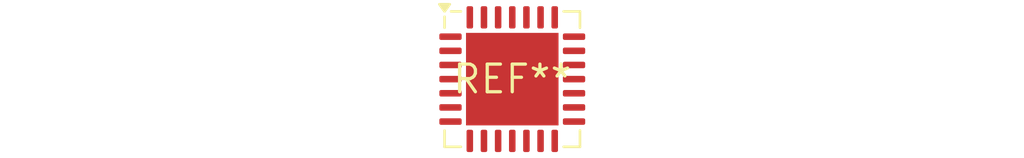
<source format=kicad_pcb>
(kicad_pcb (version 20240108) (generator pcbnew)
  (layers (0 "F.Cu" signal) (31 "B.Cu" signal) (34 "B.Paste" user) (35 "F.Paste" user) (36 "B.SilkS" user "B.Silkscreen") (37 "F.SilkS" user "F.Silkscreen") (38 "B.Mask" user) (39 "F.Mask" user) (44 "Edge.Cuts" user))
  (net 0 "")
  (footprint "QFN-28-1EP_6x6mm_P0.65mm_EP4.25x4.25mm" (layer "F.Cu") (at 0 0)
    (property "Reference" "REF**")
    (property "Value" "QFN-28-1EP_6x6mm_P0.65mm_EP4.25x4.25mm")
    (fp_line (start -3.11 -2.36) (end -3.11 -2.87) (layer "F.SilkS") (stroke (width 0.12)))
    (fp_line (start -3.11 3.11) (end -3.11 2.36) (layer "F.SilkS") (stroke (width 0.12)))
    (fp_line (start -2.36 -3.11) (end -2.81 -3.11) (layer "F.SilkS") (stroke (width 0.12)))
    (fp_line (start -2.36 3.11) (end -3.11 3.11) (layer "F.SilkS") (stroke (width 0.12)))
    (fp_line (start 2.36 -3.11) (end 3.11 -3.11) (layer "F.SilkS") (stroke (width 0.12)))
    (fp_line (start 2.36 3.11) (end 3.11 3.11) (layer "F.SilkS") (stroke (width 0.12)))
    (fp_line (start 3.11 -3.11) (end 3.11 -2.36) (layer "F.SilkS") (stroke (width 0.12)))
    (fp_line (start 3.11 3.11) (end 3.11 2.36) (layer "F.SilkS") (stroke (width 0.12)))
    (fp_poly (pts (xy -3.11 -3.11) (xy -3.35 -3.44) (xy -2.87 -3.44) (xy -3.11 -3.11)) (layer "F.SilkS") (stroke (width 0.12)) (fill solid))
    (pad "1" smd roundrect (at -2.8375 -1.95) (size 1.025 0.3) (layers "F.Cu" "F.Paste" "F.Mask"))
    (pad "2" smd roundrect (at -2.8375 -1.3) (size 1.025 0.3) (layers "F.Cu" "F.Paste" "F.Mask"))
    (pad "3" smd roundrect (at -2.8375 -0.65) (size 1.025 0.3) (layers "F.Cu" "F.Paste" "F.Mask"))
    (pad "4" smd roundrect (at -2.8375 0) (size 1.025 0.3) (layers "F.Cu" "F.Paste" "F.Mask"))
    (pad "5" smd roundrect (at -2.8375 0.65) (size 1.025 0.3) (layers "F.Cu" "F.Paste" "F.Mask"))
    (pad "6" smd roundrect (at -2.8375 1.3) (size 1.025 0.3) (layers "F.Cu" "F.Paste" "F.Mask"))
    (pad "7" smd roundrect (at -2.8375 1.95) (size 1.025 0.3) (layers "F.Cu" "F.Paste" "F.Mask"))
    (pad "8" smd roundrect (at -1.95 2.8375) (size 0.3 1.025) (layers "F.Cu" "F.Paste" "F.Mask"))
    (pad "9" smd roundrect (at -1.3 2.8375) (size 0.3 1.025) (layers "F.Cu" "F.Paste" "F.Mask"))
    (pad "10" smd roundrect (at -0.65 2.8375) (size 0.3 1.025) (layers "F.Cu" "F.Paste" "F.Mask"))
    (pad "11" smd roundrect (at 0 2.8375) (size 0.3 1.025) (layers "F.Cu" "F.Paste" "F.Mask"))
    (pad "12" smd roundrect (at 0.65 2.8375) (size 0.3 1.025) (layers "F.Cu" "F.Paste" "F.Mask"))
    (pad "13" smd roundrect (at 1.3 2.8375) (size 0.3 1.025) (layers "F.Cu" "F.Paste" "F.Mask"))
    (pad "14" smd roundrect (at 1.95 2.8375) (size 0.3 1.025) (layers "F.Cu" "F.Paste" "F.Mask"))
    (pad "15" smd roundrect (at 2.8375 1.95) (size 1.025 0.3) (layers "F.Cu" "F.Paste" "F.Mask"))
    (pad "16" smd roundrect (at 2.8375 1.3) (size 1.025 0.3) (layers "F.Cu" "F.Paste" "F.Mask"))
    (pad "17" smd roundrect (at 2.8375 0.65) (size 1.025 0.3) (layers "F.Cu" "F.Paste" "F.Mask"))
    (pad "18" smd roundrect (at 2.8375 0) (size 1.025 0.3) (layers "F.Cu" "F.Paste" "F.Mask"))
    (pad "19" smd roundrect (at 2.8375 -0.65) (size 1.025 0.3) (layers "F.Cu" "F.Paste" "F.Mask"))
    (pad "20" smd roundrect (at 2.8375 -1.3) (size 1.025 0.3) (layers "F.Cu" "F.Paste" "F.Mask"))
    (pad "21" smd roundrect (at 2.8375 -1.95) (size 1.025 0.3) (layers "F.Cu" "F.Paste" "F.Mask"))
    (pad "22" smd roundrect (at 1.95 -2.8375) (size 0.3 1.025) (layers "F.Cu" "F.Paste" "F.Mask"))
    (pad "23" smd roundrect (at 1.3 -2.8375) (size 0.3 1.025) (layers "F.Cu" "F.Paste" "F.Mask"))
    (pad "24" smd roundrect (at 0.65 -2.8375) (size 0.3 1.025) (layers "F.Cu" "F.Paste" "F.Mask"))
    (pad "25" smd roundrect (at 0 -2.8375) (size 0.3 1.025) (layers "F.Cu" "F.Paste" "F.Mask"))
    (pad "26" smd roundrect (at -0.65 -2.8375) (size 0.3 1.025) (layers "F.Cu" "F.Paste" "F.Mask"))
    (pad "27" smd roundrect (at -1.3 -2.8375) (size 0.3 1.025) (layers "F.Cu" "F.Paste" "F.Mask"))
    (pad "28" smd roundrect (at -1.95 -2.8375) (size 0.3 1.025) (layers "F.Cu" "F.Paste" "F.Mask"))
    (pad "29" smd rect (at 0 0) (size 4.25 4.25) (property pad_prop_heatsink) (layers "F.Cu" "F.Mask"))
  )
)
</source>
